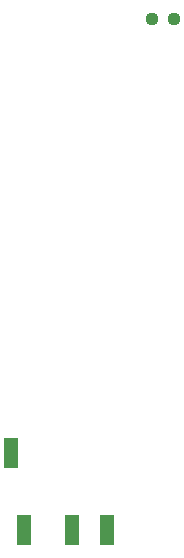
<source format=gtp>
G04 #@! TF.GenerationSoftware,KiCad,Pcbnew,6.0.9-8da3e8f707~116~ubuntu20.04.1*
G04 #@! TF.CreationDate,2022-12-23T11:35:35+01:00*
G04 #@! TF.ProjectId,pcm_dac,70636d5f-6461-4632-9e6b-696361645f70,rev?*
G04 #@! TF.SameCoordinates,Original*
G04 #@! TF.FileFunction,Paste,Top*
G04 #@! TF.FilePolarity,Positive*
%FSLAX46Y46*%
G04 Gerber Fmt 4.6, Leading zero omitted, Abs format (unit mm)*
G04 Created by KiCad (PCBNEW 6.0.9-8da3e8f707~116~ubuntu20.04.1) date 2022-12-23 11:35:35*
%MOMM*%
%LPD*%
G01*
G04 APERTURE LIST*
G04 Aperture macros list*
%AMRoundRect*
0 Rectangle with rounded corners*
0 $1 Rounding radius*
0 $2 $3 $4 $5 $6 $7 $8 $9 X,Y pos of 4 corners*
0 Add a 4 corners polygon primitive as box body*
4,1,4,$2,$3,$4,$5,$6,$7,$8,$9,$2,$3,0*
0 Add four circle primitives for the rounded corners*
1,1,$1+$1,$2,$3*
1,1,$1+$1,$4,$5*
1,1,$1+$1,$6,$7*
1,1,$1+$1,$8,$9*
0 Add four rect primitives between the rounded corners*
20,1,$1+$1,$2,$3,$4,$5,0*
20,1,$1+$1,$4,$5,$6,$7,0*
20,1,$1+$1,$6,$7,$8,$9,0*
20,1,$1+$1,$8,$9,$2,$3,0*%
G04 Aperture macros list end*
%ADD10R,1.200000X2.500000*%
%ADD11RoundRect,0.237500X-0.250000X-0.237500X0.250000X-0.237500X0.250000X0.237500X-0.250000X0.237500X0*%
G04 APERTURE END LIST*
D10*
X127175000Y-110565000D03*
X130175000Y-110565000D03*
X122075000Y-104065000D03*
X123175000Y-110565000D03*
D11*
X133985000Y-67310000D03*
X135810000Y-67310000D03*
M02*

</source>
